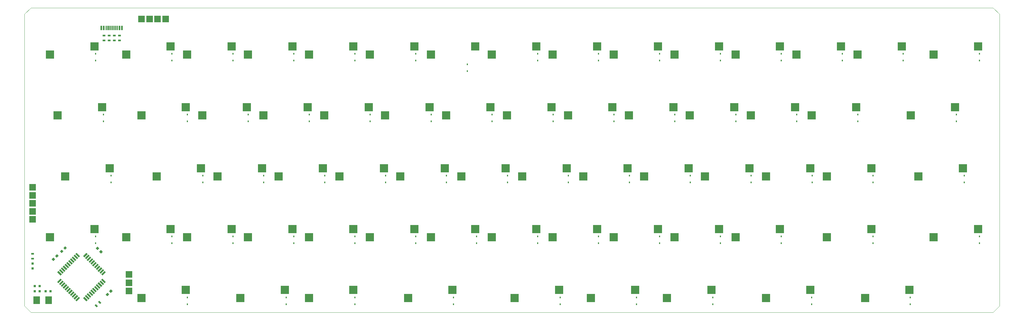
<source format=gbr>
%TF.GenerationSoftware,KiCad,Pcbnew,(5.1.4)-1*%
%TF.CreationDate,2020-07-12T16:14:56+02:00*%
%TF.ProjectId,zedekiel,7a656465-6b69-4656-9c2e-6b696361645f,rev?*%
%TF.SameCoordinates,Original*%
%TF.FileFunction,Paste,Bot*%
%TF.FilePolarity,Positive*%
%FSLAX46Y46*%
G04 Gerber Fmt 4.6, Leading zero omitted, Abs format (unit mm)*
G04 Created by KiCad (PCBNEW (5.1.4)-1) date 2020-07-12 16:14:56*
%MOMM*%
%LPD*%
G04 APERTURE LIST*
%ADD10C,0.050000*%
%ADD11R,2.550000X2.500000*%
%ADD12R,0.300000X1.450000*%
%ADD13R,0.600000X1.450000*%
%ADD14R,2.000000X2.400000*%
%ADD15R,0.800000X0.750000*%
%ADD16R,0.750000X0.800000*%
%ADD17C,0.750000*%
%ADD18C,0.100000*%
%ADD19R,0.450000X0.600000*%
%ADD20R,0.900000X0.500000*%
%ADD21C,0.500000*%
%ADD22C,0.550000*%
%ADD23R,2.000000X2.000000*%
G04 APERTURE END LIST*
D10*
X20400000Y-113400000D02*
X20400000Y-22400000D01*
X22400000Y-115400000D02*
X20400000Y-113400000D01*
X322400000Y-115400000D02*
X22400000Y-115400000D01*
X324400000Y-113400000D02*
X322400000Y-115400000D01*
X324400000Y-22400000D02*
X324400000Y-113400000D01*
X322400000Y-20400000D02*
X324400000Y-22400000D01*
X22400000Y-20400000D02*
X322400000Y-20400000D01*
X20400000Y-22400000D02*
X22400000Y-20400000D01*
D11*
%TO.C,K66*%
X317710000Y-32440000D03*
X303860000Y-34980000D03*
%TD*%
%TO.C,K28*%
X310585000Y-51440000D03*
X296735000Y-53980000D03*
%TD*%
%TO.C,K42*%
X312960000Y-70440000D03*
X299110000Y-72980000D03*
%TD*%
%TO.C,K56*%
X317710000Y-89440000D03*
X303860000Y-91980000D03*
%TD*%
%TO.C,K55*%
X284460000Y-89440000D03*
X270610000Y-91980000D03*
%TD*%
%TO.C,K65*%
X282485000Y-110980000D03*
X296335000Y-108440000D03*
%TD*%
%TO.C,K64*%
X265460000Y-108440000D03*
X251610000Y-110980000D03*
%TD*%
%TO.C,K63*%
X220735000Y-110980000D03*
X234585000Y-108440000D03*
%TD*%
%TO.C,K62*%
X196985000Y-110980000D03*
X210835000Y-108440000D03*
%TD*%
%TO.C,K61*%
X173235000Y-110980000D03*
X187085000Y-108440000D03*
%TD*%
%TO.C,K60*%
X153835000Y-108440000D03*
X139985000Y-110980000D03*
%TD*%
%TO.C,K58*%
X87735000Y-110980000D03*
X101585000Y-108440000D03*
%TD*%
%TO.C,K57*%
X70710000Y-108440000D03*
X56860000Y-110980000D03*
%TD*%
%TO.C,K43*%
X42210000Y-89440000D03*
X28360000Y-91980000D03*
%TD*%
%TO.C,K29*%
X46960000Y-70440000D03*
X33110000Y-72980000D03*
%TD*%
%TO.C,K15*%
X44585000Y-51440000D03*
X30735000Y-53980000D03*
%TD*%
%TO.C,K1*%
X42210000Y-32440000D03*
X28360000Y-34980000D03*
%TD*%
%TO.C,K40*%
X251610000Y-72980000D03*
X265460000Y-70440000D03*
%TD*%
%TO.C,K47*%
X109110000Y-91980000D03*
X122960000Y-89440000D03*
%TD*%
%TO.C,K37*%
X194610000Y-72980000D03*
X208460000Y-70440000D03*
%TD*%
%TO.C,K34*%
X137610000Y-72980000D03*
X151460000Y-70440000D03*
%TD*%
%TO.C,K32*%
X99610000Y-72980000D03*
X113460000Y-70440000D03*
%TD*%
%TO.C,K31*%
X80610000Y-72980000D03*
X94460000Y-70440000D03*
%TD*%
%TO.C,K59*%
X109110000Y-110980000D03*
X122960000Y-108440000D03*
%TD*%
%TO.C,K54*%
X242110000Y-91980000D03*
X255960000Y-89440000D03*
%TD*%
%TO.C,K53*%
X223110000Y-91980000D03*
X236960000Y-89440000D03*
%TD*%
%TO.C,K52*%
X204110000Y-91980000D03*
X217960000Y-89440000D03*
%TD*%
%TO.C,K51*%
X185110000Y-91980000D03*
X198960000Y-89440000D03*
%TD*%
%TO.C,K50*%
X166110000Y-91980000D03*
X179960000Y-89440000D03*
%TD*%
%TO.C,K49*%
X147110000Y-91980000D03*
X160960000Y-89440000D03*
%TD*%
%TO.C,K48*%
X128110000Y-91980000D03*
X141960000Y-89440000D03*
%TD*%
%TO.C,K46*%
X90110000Y-91980000D03*
X103960000Y-89440000D03*
%TD*%
%TO.C,K45*%
X71110000Y-91980000D03*
X84960000Y-89440000D03*
%TD*%
%TO.C,K44*%
X52110000Y-91980000D03*
X65960000Y-89440000D03*
%TD*%
%TO.C,K41*%
X270610000Y-72980000D03*
X284460000Y-70440000D03*
%TD*%
%TO.C,K39*%
X232610000Y-72980000D03*
X246460000Y-70440000D03*
%TD*%
%TO.C,K38*%
X213610000Y-72980000D03*
X227460000Y-70440000D03*
%TD*%
%TO.C,K36*%
X175610000Y-72980000D03*
X189460000Y-70440000D03*
%TD*%
%TO.C,K35*%
X156610000Y-72980000D03*
X170460000Y-70440000D03*
%TD*%
%TO.C,K33*%
X118610000Y-72980000D03*
X132460000Y-70440000D03*
%TD*%
%TO.C,K30*%
X61610000Y-72980000D03*
X75460000Y-70440000D03*
%TD*%
%TO.C,K27*%
X265860000Y-53980000D03*
X279710000Y-51440000D03*
%TD*%
%TO.C,K26*%
X246860000Y-53980000D03*
X260710000Y-51440000D03*
%TD*%
%TO.C,K25*%
X227860000Y-53980000D03*
X241710000Y-51440000D03*
%TD*%
%TO.C,K24*%
X208860000Y-53980000D03*
X222710000Y-51440000D03*
%TD*%
%TO.C,K23*%
X189860000Y-53980000D03*
X203710000Y-51440000D03*
%TD*%
%TO.C,K22*%
X170860000Y-53980000D03*
X184710000Y-51440000D03*
%TD*%
%TO.C,K21*%
X151860000Y-53980000D03*
X165710000Y-51440000D03*
%TD*%
%TO.C,K20*%
X132860000Y-53980000D03*
X146710000Y-51440000D03*
%TD*%
%TO.C,K19*%
X113860000Y-53980000D03*
X127710000Y-51440000D03*
%TD*%
%TO.C,K18*%
X94860000Y-53980000D03*
X108710000Y-51440000D03*
%TD*%
%TO.C,K17*%
X75860000Y-53980000D03*
X89710000Y-51440000D03*
%TD*%
%TO.C,K16*%
X56860000Y-53980000D03*
X70710000Y-51440000D03*
%TD*%
%TO.C,K14*%
X280110000Y-34980000D03*
X293960000Y-32440000D03*
%TD*%
%TO.C,K13*%
X261110000Y-34980000D03*
X274960000Y-32440000D03*
%TD*%
%TO.C,K12*%
X242110000Y-34980000D03*
X255960000Y-32440000D03*
%TD*%
%TO.C,K11*%
X223110000Y-34980000D03*
X236960000Y-32440000D03*
%TD*%
%TO.C,K10*%
X204110000Y-34980000D03*
X217960000Y-32440000D03*
%TD*%
%TO.C,K9*%
X185110000Y-34980000D03*
X198960000Y-32440000D03*
%TD*%
%TO.C,K8*%
X166110000Y-34980000D03*
X179960000Y-32440000D03*
%TD*%
%TO.C,K7*%
X147110000Y-34980000D03*
X160960000Y-32440000D03*
%TD*%
%TO.C,K6*%
X128110000Y-34980000D03*
X141960000Y-32440000D03*
%TD*%
%TO.C,K5*%
X109110000Y-34980000D03*
X122960000Y-32440000D03*
%TD*%
%TO.C,K4*%
X90110000Y-34980000D03*
X103960000Y-32440000D03*
%TD*%
%TO.C,K3*%
X71110000Y-34980000D03*
X84960000Y-32440000D03*
%TD*%
%TO.C,K2*%
X52110000Y-34980000D03*
X65960000Y-32440000D03*
%TD*%
D12*
%TO.C,USB1*%
X47350000Y-26695000D03*
X47850000Y-26695000D03*
X48350000Y-26695000D03*
X46850000Y-26695000D03*
X48850000Y-26695000D03*
X46350000Y-26695000D03*
X49350000Y-26695000D03*
X45850000Y-26695000D03*
D13*
X45150000Y-26695000D03*
X50050000Y-26695000D03*
X44375000Y-26695000D03*
X50825000Y-26695000D03*
%TD*%
D14*
%TO.C,X1*%
X24200000Y-111625000D03*
X27900000Y-111625000D03*
%TD*%
D15*
%TO.C,C1*%
X25100000Y-107200000D03*
X23600000Y-107200000D03*
%TD*%
D16*
%TO.C,C8*%
X22900000Y-100200000D03*
X22900000Y-101700000D03*
%TD*%
D17*
%TO.C,C7*%
X43189340Y-95439340D03*
D18*
G36*
X42641332Y-95421662D02*
G01*
X43171662Y-94891332D01*
X43737348Y-95457018D01*
X43207018Y-95987348D01*
X42641332Y-95421662D01*
X42641332Y-95421662D01*
G37*
D17*
X44250000Y-96500000D03*
D18*
G36*
X43701992Y-96482322D02*
G01*
X44232322Y-95951992D01*
X44798008Y-96517678D01*
X44267678Y-97048008D01*
X43701992Y-96482322D01*
X43701992Y-96482322D01*
G37*
%TD*%
D17*
%TO.C,C6*%
X32029670Y-96380330D03*
D18*
G36*
X32011992Y-96928338D02*
G01*
X31481662Y-96398008D01*
X32047348Y-95832322D01*
X32577678Y-96362652D01*
X32011992Y-96928338D01*
X32011992Y-96928338D01*
G37*
D17*
X33090330Y-95319670D03*
D18*
G36*
X33072652Y-95867678D02*
G01*
X32542322Y-95337348D01*
X33108008Y-94771662D01*
X33638338Y-95301992D01*
X33072652Y-95867678D01*
X33072652Y-95867678D01*
G37*
%TD*%
D17*
%TO.C,C5*%
X47330330Y-108769670D03*
D18*
G36*
X47348008Y-108221662D02*
G01*
X47878338Y-108751992D01*
X47312652Y-109317678D01*
X46782322Y-108787348D01*
X47348008Y-108221662D01*
X47348008Y-108221662D01*
G37*
D17*
X46269670Y-109830330D03*
D18*
G36*
X46287348Y-109282322D02*
G01*
X46817678Y-109812652D01*
X46251992Y-110378338D01*
X45721662Y-109848008D01*
X46287348Y-109282322D01*
X46287348Y-109282322D01*
G37*
%TD*%
D17*
%TO.C,C4*%
X29439340Y-98860660D03*
D18*
G36*
X29421662Y-99408668D02*
G01*
X28891332Y-98878338D01*
X29457018Y-98312652D01*
X29987348Y-98842982D01*
X29421662Y-99408668D01*
X29421662Y-99408668D01*
G37*
D17*
X30500000Y-97800000D03*
D18*
G36*
X30482322Y-98348008D02*
G01*
X29951992Y-97817678D01*
X30517678Y-97251992D01*
X31048008Y-97782322D01*
X30482322Y-98348008D01*
X30482322Y-98348008D01*
G37*
%TD*%
D15*
%TO.C,C3*%
X25100000Y-108800000D03*
X23600000Y-108800000D03*
%TD*%
%TO.C,C2*%
X28500000Y-108800000D03*
X27000000Y-108800000D03*
%TD*%
D19*
%TO.C,D1*%
X42600000Y-36850000D03*
X42600000Y-34750000D03*
%TD*%
%TO.C,D26*%
X261200000Y-55850000D03*
X261200000Y-53750000D03*
%TD*%
%TO.C,D7*%
X158500000Y-40150000D03*
X158500000Y-38050000D03*
%TD*%
%TO.C,D66*%
X318200000Y-36850000D03*
X318200000Y-34750000D03*
%TD*%
%TO.C,D65*%
X296600000Y-112850000D03*
X296600000Y-110750000D03*
%TD*%
%TO.C,D64*%
X265800000Y-112850000D03*
X265800000Y-110750000D03*
%TD*%
%TO.C,D63*%
X235000000Y-112850000D03*
X235000000Y-110750000D03*
%TD*%
%TO.C,D62*%
X211200000Y-112850000D03*
X211200000Y-110750000D03*
%TD*%
%TO.C,D61*%
X187400000Y-112850000D03*
X187400000Y-110750000D03*
%TD*%
%TO.C,D60*%
X154200000Y-112850000D03*
X154200000Y-110750000D03*
%TD*%
%TO.C,D59*%
X123400000Y-112850000D03*
X123400000Y-110750000D03*
%TD*%
%TO.C,D58*%
X102000000Y-112850000D03*
X102000000Y-110750000D03*
%TD*%
%TO.C,D57*%
X71200000Y-112850000D03*
X71200000Y-110750000D03*
%TD*%
%TO.C,D56*%
X318200000Y-93850000D03*
X318200000Y-91750000D03*
%TD*%
%TO.C,D55*%
X285000000Y-93850000D03*
X285000000Y-91750000D03*
%TD*%
%TO.C,D54*%
X256400000Y-93850000D03*
X256400000Y-91750000D03*
%TD*%
%TO.C,D53*%
X237400000Y-93850000D03*
X237400000Y-91750000D03*
%TD*%
%TO.C,D52*%
X218400000Y-93850000D03*
X218400000Y-91750000D03*
%TD*%
%TO.C,D51*%
X199400000Y-93850000D03*
X199400000Y-91750000D03*
%TD*%
%TO.C,D50*%
X180400000Y-93850000D03*
X180400000Y-91750000D03*
%TD*%
%TO.C,D49*%
X161400000Y-93850000D03*
X161400000Y-91750000D03*
%TD*%
%TO.C,D48*%
X142400000Y-93850000D03*
X142400000Y-91750000D03*
%TD*%
%TO.C,D47*%
X123400000Y-93850000D03*
X123400000Y-91750000D03*
%TD*%
%TO.C,D46*%
X104400000Y-93850000D03*
X104400000Y-91750000D03*
%TD*%
%TO.C,D45*%
X85400000Y-93850000D03*
X85400000Y-91750000D03*
%TD*%
%TO.C,D44*%
X66400000Y-93850000D03*
X66400000Y-91750000D03*
%TD*%
%TO.C,D43*%
X42600000Y-93850000D03*
X42600000Y-91750000D03*
%TD*%
%TO.C,D42*%
X313400000Y-74850000D03*
X313400000Y-72750000D03*
%TD*%
%TO.C,D41*%
X285000000Y-74850000D03*
X285000000Y-72750000D03*
%TD*%
%TO.C,D40*%
X266000000Y-74850000D03*
X266000000Y-72750000D03*
%TD*%
%TO.C,D39*%
X247000000Y-74850000D03*
X247000000Y-72750000D03*
%TD*%
%TO.C,D38*%
X228000000Y-74850000D03*
X228000000Y-72750000D03*
%TD*%
%TO.C,D37*%
X209000000Y-74850000D03*
X209000000Y-72750000D03*
%TD*%
%TO.C,D36*%
X190000000Y-74850000D03*
X190000000Y-72750000D03*
%TD*%
%TO.C,D35*%
X171000000Y-74850000D03*
X171000000Y-72750000D03*
%TD*%
%TO.C,D34*%
X152000000Y-74850000D03*
X152000000Y-72750000D03*
%TD*%
%TO.C,D33*%
X133000000Y-74850000D03*
X133000000Y-72750000D03*
%TD*%
%TO.C,D32*%
X114000000Y-74850000D03*
X114000000Y-72750000D03*
%TD*%
%TO.C,D31*%
X95000000Y-74850000D03*
X95000000Y-72750000D03*
%TD*%
%TO.C,D30*%
X76000000Y-74850000D03*
X76000000Y-72750000D03*
%TD*%
%TO.C,D29*%
X47400000Y-74850000D03*
X47400000Y-72750000D03*
%TD*%
%TO.C,D28*%
X311000000Y-55850000D03*
X311000000Y-53750000D03*
%TD*%
%TO.C,D27*%
X280200000Y-55850000D03*
X280200000Y-53750000D03*
%TD*%
%TO.C,D25*%
X242200000Y-55850000D03*
X242200000Y-53750000D03*
%TD*%
%TO.C,D24*%
X223200000Y-55850000D03*
X223200000Y-53750000D03*
%TD*%
%TO.C,D23*%
X204200000Y-55850000D03*
X204200000Y-53750000D03*
%TD*%
%TO.C,D22*%
X185200000Y-55850000D03*
X185200000Y-53750000D03*
%TD*%
%TO.C,D21*%
X166200000Y-55850000D03*
X166200000Y-53750000D03*
%TD*%
%TO.C,D20*%
X147200000Y-55850000D03*
X147200000Y-53750000D03*
%TD*%
%TO.C,D19*%
X128200000Y-55850000D03*
X128200000Y-53750000D03*
%TD*%
%TO.C,D18*%
X109200000Y-55850000D03*
X109200000Y-53750000D03*
%TD*%
%TO.C,D17*%
X90200000Y-55850000D03*
X90200000Y-53750000D03*
%TD*%
%TO.C,D16*%
X71200000Y-55850000D03*
X71200000Y-53750000D03*
%TD*%
%TO.C,D15*%
X45000000Y-55850000D03*
X45000000Y-53750000D03*
%TD*%
%TO.C,D14*%
X294400000Y-36850000D03*
X294400000Y-34750000D03*
%TD*%
%TO.C,D13*%
X275400000Y-36850000D03*
X275400000Y-34750000D03*
%TD*%
%TO.C,D12*%
X256400000Y-36850000D03*
X256400000Y-34750000D03*
%TD*%
%TO.C,D11*%
X237400000Y-36850000D03*
X237400000Y-34750000D03*
%TD*%
%TO.C,D10*%
X218400000Y-36850000D03*
X218400000Y-34750000D03*
%TD*%
%TO.C,D9*%
X199400000Y-36850000D03*
X199400000Y-34750000D03*
%TD*%
%TO.C,D8*%
X180400000Y-36850000D03*
X180400000Y-34750000D03*
%TD*%
%TO.C,D6*%
X142400000Y-36850000D03*
X142400000Y-34750000D03*
%TD*%
%TO.C,D5*%
X123400000Y-36850000D03*
X123400000Y-34750000D03*
%TD*%
%TO.C,D4*%
X104400000Y-36850000D03*
X104400000Y-34750000D03*
%TD*%
%TO.C,D3*%
X85400000Y-36850000D03*
X85400000Y-34750000D03*
%TD*%
%TO.C,D2*%
X66400000Y-36850000D03*
X66400000Y-34750000D03*
%TD*%
D20*
%TO.C,R2*%
X45200000Y-30600000D03*
X45200000Y-29100000D03*
%TD*%
D21*
%TO.C,R6*%
X43830330Y-112269670D03*
D18*
G36*
X43971751Y-112764645D02*
G01*
X43335355Y-112128249D01*
X43688909Y-111774695D01*
X44325305Y-112411091D01*
X43971751Y-112764645D01*
X43971751Y-112764645D01*
G37*
D21*
X42769670Y-113330330D03*
D18*
G36*
X42911091Y-113825305D02*
G01*
X42274695Y-113188909D01*
X42628249Y-112835355D01*
X43264645Y-113471751D01*
X42911091Y-113825305D01*
X42911091Y-113825305D01*
G37*
%TD*%
D20*
%TO.C,R5*%
X46800000Y-29100000D03*
X46800000Y-30600000D03*
%TD*%
%TO.C,R4*%
X48400000Y-29100000D03*
X48400000Y-30600000D03*
%TD*%
%TO.C,R3*%
X50000000Y-30600000D03*
X50000000Y-29100000D03*
%TD*%
%TO.C,R1*%
X22900000Y-97150000D03*
X22900000Y-98650000D03*
%TD*%
D22*
%TO.C,U1*%
X31341064Y-105602082D03*
D18*
G36*
X31676940Y-104877298D02*
G01*
X32065848Y-105266206D01*
X31005188Y-106326866D01*
X30616280Y-105937958D01*
X31676940Y-104877298D01*
X31676940Y-104877298D01*
G37*
D22*
X31906750Y-106167767D03*
D18*
G36*
X32242626Y-105442983D02*
G01*
X32631534Y-105831891D01*
X31570874Y-106892551D01*
X31181966Y-106503643D01*
X32242626Y-105442983D01*
X32242626Y-105442983D01*
G37*
D22*
X32472435Y-106733452D03*
D18*
G36*
X32808311Y-106008668D02*
G01*
X33197219Y-106397576D01*
X32136559Y-107458236D01*
X31747651Y-107069328D01*
X32808311Y-106008668D01*
X32808311Y-106008668D01*
G37*
D22*
X33038120Y-107299138D03*
D18*
G36*
X33373996Y-106574354D02*
G01*
X33762904Y-106963262D01*
X32702244Y-108023922D01*
X32313336Y-107635014D01*
X33373996Y-106574354D01*
X33373996Y-106574354D01*
G37*
D22*
X33603806Y-107864823D03*
D18*
G36*
X33939682Y-107140039D02*
G01*
X34328590Y-107528947D01*
X33267930Y-108589607D01*
X32879022Y-108200699D01*
X33939682Y-107140039D01*
X33939682Y-107140039D01*
G37*
D22*
X34169491Y-108430509D03*
D18*
G36*
X34505367Y-107705725D02*
G01*
X34894275Y-108094633D01*
X33833615Y-109155293D01*
X33444707Y-108766385D01*
X34505367Y-107705725D01*
X34505367Y-107705725D01*
G37*
D22*
X34735177Y-108996194D03*
D18*
G36*
X35071053Y-108271410D02*
G01*
X35459961Y-108660318D01*
X34399301Y-109720978D01*
X34010393Y-109332070D01*
X35071053Y-108271410D01*
X35071053Y-108271410D01*
G37*
D22*
X35300862Y-109561880D03*
D18*
G36*
X35636738Y-108837096D02*
G01*
X36025646Y-109226004D01*
X34964986Y-110286664D01*
X34576078Y-109897756D01*
X35636738Y-108837096D01*
X35636738Y-108837096D01*
G37*
D22*
X35866548Y-110127565D03*
D18*
G36*
X36202424Y-109402781D02*
G01*
X36591332Y-109791689D01*
X35530672Y-110852349D01*
X35141764Y-110463441D01*
X36202424Y-109402781D01*
X36202424Y-109402781D01*
G37*
D22*
X36432233Y-110693250D03*
D18*
G36*
X36768109Y-109968466D02*
G01*
X37157017Y-110357374D01*
X36096357Y-111418034D01*
X35707449Y-111029126D01*
X36768109Y-109968466D01*
X36768109Y-109968466D01*
G37*
D22*
X36997918Y-111258936D03*
D18*
G36*
X37333794Y-110534152D02*
G01*
X37722702Y-110923060D01*
X36662042Y-111983720D01*
X36273134Y-111594812D01*
X37333794Y-110534152D01*
X37333794Y-110534152D01*
G37*
D22*
X39402082Y-111258936D03*
D18*
G36*
X38677298Y-110923060D02*
G01*
X39066206Y-110534152D01*
X40126866Y-111594812D01*
X39737958Y-111983720D01*
X38677298Y-110923060D01*
X38677298Y-110923060D01*
G37*
D22*
X39967767Y-110693250D03*
D18*
G36*
X39242983Y-110357374D02*
G01*
X39631891Y-109968466D01*
X40692551Y-111029126D01*
X40303643Y-111418034D01*
X39242983Y-110357374D01*
X39242983Y-110357374D01*
G37*
D22*
X40533452Y-110127565D03*
D18*
G36*
X39808668Y-109791689D02*
G01*
X40197576Y-109402781D01*
X41258236Y-110463441D01*
X40869328Y-110852349D01*
X39808668Y-109791689D01*
X39808668Y-109791689D01*
G37*
D22*
X41099138Y-109561880D03*
D18*
G36*
X40374354Y-109226004D02*
G01*
X40763262Y-108837096D01*
X41823922Y-109897756D01*
X41435014Y-110286664D01*
X40374354Y-109226004D01*
X40374354Y-109226004D01*
G37*
D22*
X41664823Y-108996194D03*
D18*
G36*
X40940039Y-108660318D02*
G01*
X41328947Y-108271410D01*
X42389607Y-109332070D01*
X42000699Y-109720978D01*
X40940039Y-108660318D01*
X40940039Y-108660318D01*
G37*
D22*
X42230509Y-108430509D03*
D18*
G36*
X41505725Y-108094633D02*
G01*
X41894633Y-107705725D01*
X42955293Y-108766385D01*
X42566385Y-109155293D01*
X41505725Y-108094633D01*
X41505725Y-108094633D01*
G37*
D22*
X42796194Y-107864823D03*
D18*
G36*
X42071410Y-107528947D02*
G01*
X42460318Y-107140039D01*
X43520978Y-108200699D01*
X43132070Y-108589607D01*
X42071410Y-107528947D01*
X42071410Y-107528947D01*
G37*
D22*
X43361880Y-107299138D03*
D18*
G36*
X42637096Y-106963262D02*
G01*
X43026004Y-106574354D01*
X44086664Y-107635014D01*
X43697756Y-108023922D01*
X42637096Y-106963262D01*
X42637096Y-106963262D01*
G37*
D22*
X43927565Y-106733452D03*
D18*
G36*
X43202781Y-106397576D02*
G01*
X43591689Y-106008668D01*
X44652349Y-107069328D01*
X44263441Y-107458236D01*
X43202781Y-106397576D01*
X43202781Y-106397576D01*
G37*
D22*
X44493250Y-106167767D03*
D18*
G36*
X43768466Y-105831891D02*
G01*
X44157374Y-105442983D01*
X45218034Y-106503643D01*
X44829126Y-106892551D01*
X43768466Y-105831891D01*
X43768466Y-105831891D01*
G37*
D22*
X45058936Y-105602082D03*
D18*
G36*
X44334152Y-105266206D02*
G01*
X44723060Y-104877298D01*
X45783720Y-105937958D01*
X45394812Y-106326866D01*
X44334152Y-105266206D01*
X44334152Y-105266206D01*
G37*
D22*
X45058936Y-103197918D03*
D18*
G36*
X45394812Y-102473134D02*
G01*
X45783720Y-102862042D01*
X44723060Y-103922702D01*
X44334152Y-103533794D01*
X45394812Y-102473134D01*
X45394812Y-102473134D01*
G37*
D22*
X44493250Y-102632233D03*
D18*
G36*
X44829126Y-101907449D02*
G01*
X45218034Y-102296357D01*
X44157374Y-103357017D01*
X43768466Y-102968109D01*
X44829126Y-101907449D01*
X44829126Y-101907449D01*
G37*
D22*
X43927565Y-102066548D03*
D18*
G36*
X44263441Y-101341764D02*
G01*
X44652349Y-101730672D01*
X43591689Y-102791332D01*
X43202781Y-102402424D01*
X44263441Y-101341764D01*
X44263441Y-101341764D01*
G37*
D22*
X43361880Y-101500862D03*
D18*
G36*
X43697756Y-100776078D02*
G01*
X44086664Y-101164986D01*
X43026004Y-102225646D01*
X42637096Y-101836738D01*
X43697756Y-100776078D01*
X43697756Y-100776078D01*
G37*
D22*
X42796194Y-100935177D03*
D18*
G36*
X43132070Y-100210393D02*
G01*
X43520978Y-100599301D01*
X42460318Y-101659961D01*
X42071410Y-101271053D01*
X43132070Y-100210393D01*
X43132070Y-100210393D01*
G37*
D22*
X42230509Y-100369491D03*
D18*
G36*
X42566385Y-99644707D02*
G01*
X42955293Y-100033615D01*
X41894633Y-101094275D01*
X41505725Y-100705367D01*
X42566385Y-99644707D01*
X42566385Y-99644707D01*
G37*
D22*
X41664823Y-99803806D03*
D18*
G36*
X42000699Y-99079022D02*
G01*
X42389607Y-99467930D01*
X41328947Y-100528590D01*
X40940039Y-100139682D01*
X42000699Y-99079022D01*
X42000699Y-99079022D01*
G37*
D22*
X41099138Y-99238120D03*
D18*
G36*
X41435014Y-98513336D02*
G01*
X41823922Y-98902244D01*
X40763262Y-99962904D01*
X40374354Y-99573996D01*
X41435014Y-98513336D01*
X41435014Y-98513336D01*
G37*
D22*
X40533452Y-98672435D03*
D18*
G36*
X40869328Y-97947651D02*
G01*
X41258236Y-98336559D01*
X40197576Y-99397219D01*
X39808668Y-99008311D01*
X40869328Y-97947651D01*
X40869328Y-97947651D01*
G37*
D22*
X39967767Y-98106750D03*
D18*
G36*
X40303643Y-97381966D02*
G01*
X40692551Y-97770874D01*
X39631891Y-98831534D01*
X39242983Y-98442626D01*
X40303643Y-97381966D01*
X40303643Y-97381966D01*
G37*
D22*
X39402082Y-97541064D03*
D18*
G36*
X39737958Y-96816280D02*
G01*
X40126866Y-97205188D01*
X39066206Y-98265848D01*
X38677298Y-97876940D01*
X39737958Y-96816280D01*
X39737958Y-96816280D01*
G37*
D22*
X36997918Y-97541064D03*
D18*
G36*
X36273134Y-97205188D02*
G01*
X36662042Y-96816280D01*
X37722702Y-97876940D01*
X37333794Y-98265848D01*
X36273134Y-97205188D01*
X36273134Y-97205188D01*
G37*
D22*
X36432233Y-98106750D03*
D18*
G36*
X35707449Y-97770874D02*
G01*
X36096357Y-97381966D01*
X37157017Y-98442626D01*
X36768109Y-98831534D01*
X35707449Y-97770874D01*
X35707449Y-97770874D01*
G37*
D22*
X35866548Y-98672435D03*
D18*
G36*
X35141764Y-98336559D02*
G01*
X35530672Y-97947651D01*
X36591332Y-99008311D01*
X36202424Y-99397219D01*
X35141764Y-98336559D01*
X35141764Y-98336559D01*
G37*
D22*
X35300862Y-99238120D03*
D18*
G36*
X34576078Y-98902244D02*
G01*
X34964986Y-98513336D01*
X36025646Y-99573996D01*
X35636738Y-99962904D01*
X34576078Y-98902244D01*
X34576078Y-98902244D01*
G37*
D22*
X34735177Y-99803806D03*
D18*
G36*
X34010393Y-99467930D02*
G01*
X34399301Y-99079022D01*
X35459961Y-100139682D01*
X35071053Y-100528590D01*
X34010393Y-99467930D01*
X34010393Y-99467930D01*
G37*
D22*
X34169491Y-100369491D03*
D18*
G36*
X33444707Y-100033615D02*
G01*
X33833615Y-99644707D01*
X34894275Y-100705367D01*
X34505367Y-101094275D01*
X33444707Y-100033615D01*
X33444707Y-100033615D01*
G37*
D22*
X33603806Y-100935177D03*
D18*
G36*
X32879022Y-100599301D02*
G01*
X33267930Y-100210393D01*
X34328590Y-101271053D01*
X33939682Y-101659961D01*
X32879022Y-100599301D01*
X32879022Y-100599301D01*
G37*
D22*
X33038120Y-101500862D03*
D18*
G36*
X32313336Y-101164986D02*
G01*
X32702244Y-100776078D01*
X33762904Y-101836738D01*
X33373996Y-102225646D01*
X32313336Y-101164986D01*
X32313336Y-101164986D01*
G37*
D22*
X32472435Y-102066548D03*
D18*
G36*
X31747651Y-101730672D02*
G01*
X32136559Y-101341764D01*
X33197219Y-102402424D01*
X32808311Y-102791332D01*
X31747651Y-101730672D01*
X31747651Y-101730672D01*
G37*
D22*
X31906750Y-102632233D03*
D18*
G36*
X31181966Y-102296357D02*
G01*
X31570874Y-101907449D01*
X32631534Y-102968109D01*
X32242626Y-103357017D01*
X31181966Y-102296357D01*
X31181966Y-102296357D01*
G37*
D22*
X31341064Y-103197918D03*
D18*
G36*
X30616280Y-102862042D02*
G01*
X31005188Y-102473134D01*
X32065848Y-103533794D01*
X31676940Y-103922702D01*
X30616280Y-102862042D01*
X30616280Y-102862042D01*
G37*
%TD*%
D23*
%TO.C,TP6*%
X22900000Y-76400000D03*
%TD*%
%TO.C,TP6*%
X22900000Y-78900000D03*
%TD*%
%TO.C,TP10*%
X22900000Y-86400000D03*
%TD*%
%TO.C,TP9*%
X22900000Y-83900000D03*
%TD*%
%TO.C,TP8*%
X22900000Y-81400000D03*
%TD*%
%TO.C,TP7*%
X53000000Y-108750000D03*
%TD*%
%TO.C,TP6*%
X53000000Y-103600000D03*
%TD*%
%TO.C,TP5*%
X53000000Y-106180000D03*
%TD*%
%TO.C,TP4*%
X64400000Y-23900000D03*
%TD*%
%TO.C,TP3*%
X61900000Y-23900000D03*
%TD*%
%TO.C,TP2*%
X59400000Y-23900000D03*
%TD*%
%TO.C,TP1*%
X56900000Y-23900000D03*
%TD*%
M02*

</source>
